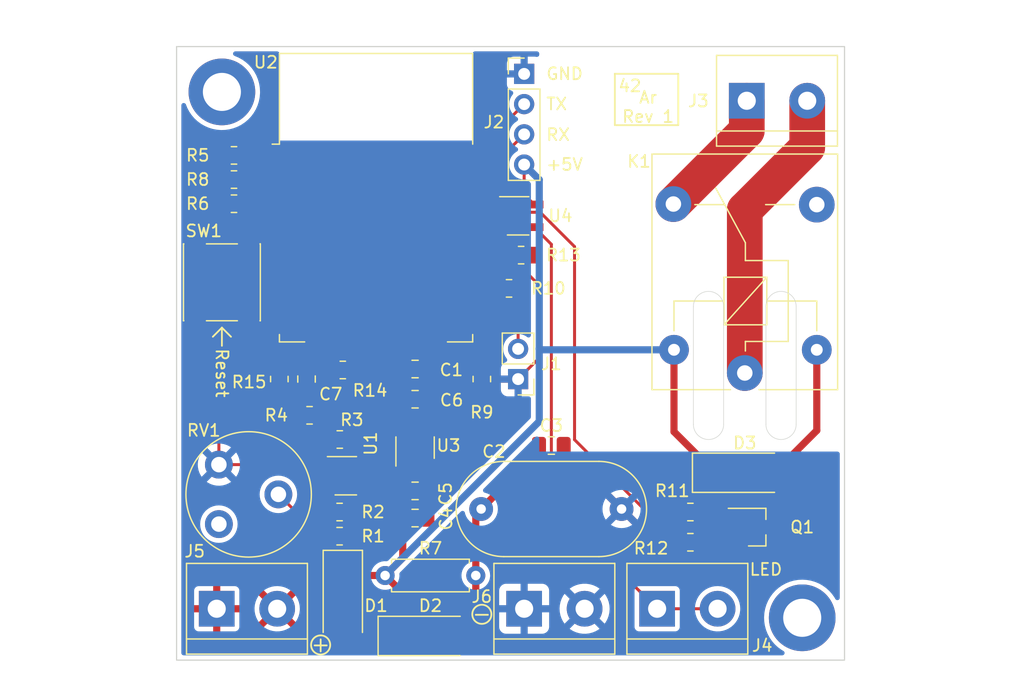
<source format=kicad_pcb>
(kicad_pcb (version 20211014) (generator pcbnew)
  (layers (0 "F.Cu" signal) (31 "B.Cu" signal) (34 "B.Paste" user) (35 "F.Paste" user) (36 "B.SilkS" user "B.Silkscreen") (37 "F.SilkS" user "F.Silkscreen") (38 "B.Mask" user) (39 "F.Mask" user) (44 "Edge.Cuts" user))
  (net 0 "")
  (net 1 "3.3V")
  (net 2 "GND")
  (net 3 "Net-(C2-Pad1)")
  (net 4 "P+5V")
  (net 5 "reset_btn")
  (net 6 "+5V")
  (net 7 "Net-(D3-Pad2)")
  (net 8 "Net-(J1-Pad2)")
  (net 9 "/TX")
  (net 10 "/RX")
  (net 11 "Net-(J3-Pad1)")
  (net 12 "Net-(J3-Pad2)")
  (net 13 "led_out")
  (net 15 "Net-(Q1-Pad1)")
  (net 16 "Net-(R1-Pad1)")
  (net 17 "Net-(R2-Pad1)")
  (net 18 "Net-(R3-Pad1)")
  (net 19 "Net-(R5-Pad2)")
  (net 20 "Net-(R6-Pad2)")
  (net 21 "Net-(R8-Pad1)")
  (net 22 "Net-(R9-Pad1)")
  (net 23 "relay_pin")
  (net 24 "led_pin")
  (net 25 "Net-(R15-Pad1)")
  (net 27 "low_V")
  (footprint "Resistor_SMD:R_0805_2012Metric_Pad1.20x1.40mm_HandSolder" (layer "F.Cu") (at 91.186 84.836 180)
    (fp_text reference "R12" (at 3.302 -0.508) (layer "F.SilkS"))
    (fp_text value "10k")
    (pad "1" smd roundrect (at -1 0 180) (size 1.2 1.4) (layers "F.Cu" "F.Paste" "F.Mask") (roundrect_rratio 0.208333) (net 2 "GND"))
    (pad "2" smd roundrect (at 1 0 180) (size 1.2 1.4) (layers "F.Cu" "F.Paste" "F.Mask") (roundrect_rratio 0.208333) (net 23 "relay_pin"))
  )
  (footprint "Capacitor_SMD:C_0805_2012Metric_Pad1.18x1.45mm_HandSolder" (layer "F.Cu") (at 68.0505 80.518)
    (fp_text reference "C5" (at 2.5615 0.254 90) (layer "F.SilkS"))
    (fp_text value "10u")
    (pad "1" smd roundrect (at -1.0375 0) (size 1.175 1.45) (layers "F.Cu" "F.Paste" "F.Mask") (roundrect_rratio 0.212766) (net 4 "P+5V"))
    (pad "2" smd roundrect (at 1.0375 0) (size 1.175 1.45) (layers "F.Cu" "F.Paste" "F.Mask") (roundrect_rratio 0.212766) (net 2 "GND"))
  )
  (footprint "Resistor_SMD:R_0805_2012Metric_Pad1.20x1.40mm_HandSolder" (layer "F.Cu") (at 75.946 63.5 180)
    (fp_text reference "R10" (at -3.302 0) (layer "F.SilkS"))
    (fp_text value "10k")
    (pad "1" smd roundrect (at -1 0 180) (size 1.2 1.4) (layers "F.Cu" "F.Paste" "F.Mask") (roundrect_rratio 0.208333) (net 8 "Net-(J1-Pad2)"))
    (pad "2" smd roundrect (at 1 0 180) (size 1.2 1.4) (layers "F.Cu" "F.Paste" "F.Mask") (roundrect_rratio 0.208333) (net 1 "3.3V"))
  )
  (footprint "Resistor_SMD:R_0805_2012Metric_Pad1.20x1.40mm_HandSolder" (layer "F.Cu") (at 52.832 56.388)
    (fp_text reference "R6" (at -3.048 0) (layer "F.SilkS"))
    (fp_text value "10k")
    (pad "1" smd roundrect (at -1 0) (size 1.2 1.4) (layers "F.Cu" "F.Paste" "F.Mask") (roundrect_rratio 0.208333) (net 1 "3.3V"))
    (pad "2" smd roundrect (at 1 0) (size 1.2 1.4) (layers "F.Cu" "F.Paste" "F.Mask") (roundrect_rratio 0.208333) (net 20 "Net-(R6-Pad2)"))
  )
  (footprint "Resistor_SMD:R_0805_2012Metric_Pad1.20x1.40mm_HandSolder" (layer "F.Cu") (at 56.642 71.12 90)
    (fp_text reference "R15" (at -0.254 -2.54 180) (layer "F.SilkS"))
    (fp_text value "10k")
    (pad "1" smd roundrect (at -1 0 90) (size 1.2 1.4) (layers "F.Cu" "F.Paste" "F.Mask") (roundrect_rratio 0.208333) (net 25 "Net-(R15-Pad1)"))
    (pad "2" smd roundrect (at 1 0 90) (size 1.2 1.4) (layers "F.Cu" "F.Paste" "F.Mask") (roundrect_rratio 0.208333) (net 5 "reset_btn"))
  )
  (footprint "Resistor_SMD:R_0805_2012Metric_Pad1.20x1.40mm_HandSolder" (layer "F.Cu") (at 52.832 52.324)
    (fp_text reference "R5" (at -3.048 0) (layer "F.SilkS"))
    (fp_text value "10k")
    (pad "1" smd roundrect (at -1 0) (size 1.2 1.4) (layers "F.Cu" "F.Paste" "F.Mask") (roundrect_rratio 0.208333) (net 1 "3.3V"))
    (pad "2" smd roundrect (at 1 0) (size 1.2 1.4) (layers "F.Cu" "F.Paste" "F.Mask") (roundrect_rratio 0.208333) (net 19 "Net-(R5-Pad2)"))
  )
  (footprint "Capacitor_SMD:C_0805_2012Metric_Pad1.18x1.45mm_HandSolder" (layer "F.Cu") (at 68.0505 82.804)
    (fp_text reference "C4" (at 2.600238 0.060238 90) (layer "F.SilkS"))
    (fp_text value "100n")
    (pad "1" smd roundrect (at -1.0375 0) (size 1.175 1.45) (layers "F.Cu" "F.Paste" "F.Mask") (roundrect_rratio 0.212766) (net 4 "P+5V"))
    (pad "2" smd roundrect (at 1.0375 0) (size 1.175 1.45) (layers "F.Cu" "F.Paste" "F.Mask") (roundrect_rratio 0.212766) (net 2 "GND"))
  )
  (footprint "Relay_THT:Relay_SPDT_SANYOU_SRD_Series_Form_C" (layer "F.Cu") (at 95.758 70.612 90)
    (fp_text reference "K1" (at 17.78 -8.89 180) (layer "F.SilkS"))
    (fp_text value "SANYOU_SRD_Form_C")
    (pad "1" thru_hole circle (at 0 0 180) (size 3 3) (drill 1.3) (layers *.Cu *.Mask) (net 12 "Net-(J3-Pad2)"))
    (pad "2" thru_hole circle (at 1.95 6.05 180) (size 2.5 2.5) (drill 1) (layers *.Cu *.Mask) (net 7 "Net-(D3-Pad2)"))
    (pad "3" thru_hole circle (at 14.15 6.05 180) (size 3 3) (drill 1.3) (layers *.Cu *.Mask))
    (pad "4" thru_hole circle (at 14.2 -6 180) (size 3 3) (drill 1.3) (layers *.Cu *.Mask) (net 11 "Net-(J3-Pad1)"))
    (pad "5" thru_hole circle (at 1.95 -5.95 180) (size 2.5 2.5) (drill 1) (layers *.Cu *.Mask) (net 4 "P+5V"))
  )
  (footprint "Capacitor_SMD:C_0805_2012Metric_Pad1.18x1.45mm_HandSolder" (layer "F.Cu") (at 68.0505 72.818)
    (fp_text reference "C6" (at 3.0695 0.08 180) (layer "F.SilkS"))
    (fp_text value "10u")
    (pad "1" smd roundrect (at -1.0375 0) (size 1.175 1.45) (layers "F.Cu" "F.Paste" "F.Mask") (roundrect_rratio 0.212766) (net 1 "3.3V"))
    (pad "2" smd roundrect (at 1.0375 0) (size 1.175 1.45) (layers "F.Cu" "F.Paste" "F.Mask") (roundrect_rratio 0.212766) (net 2 "GND"))
  )
  (footprint "Resistor_SMD:R_0805_2012Metric_Pad1.20x1.40mm_HandSolder" (layer "F.Cu") (at 61.722 76.2)
    (fp_text reference "R3" (at 1.016 -1.65) (layer "F.SilkS"))
    (fp_text value "20k")
    (pad "1" smd roundrect (at -1 0) (size 1.2 1.4) (layers "F.Cu" "F.Paste" "F.Mask") (roundrect_rratio 0.208333) (net 18 "Net-(R3-Pad1)"))
    (pad "2" smd roundrect (at 1 0) (size 1.2 1.4) (layers "F.Cu" "F.Paste" "F.Mask") (roundrect_rratio 0.208333) (net 1 "3.3V"))
  )
  (footprint "Potentiometer_THT:Potentiometer_Piher_PT-10-V05_Vertical" (layer "F.Cu") (at 51.562 83.312)
    (fp_text reference "RV1" (at -1.27 -7.874) (layer "F.SilkS"))
    (fp_text value "10k")
    (pad "1" thru_hole circle (at 0 0) (size 2.34 2.34) (drill 1.3) (layers *.Cu *.Mask))
    (pad "2" thru_hole circle (at 5 -2.5) (size 2.34 2.34) (drill 1.3) (layers *.Cu *.Mask) (net 17 "Net-(R2-Pad1)"))
    (pad "3" thru_hole circle (at 0 -5) (size 2.34 2.34) (drill 1.3) (layers *.Cu *.Mask) (net 2 "GND"))
  )
  (footprint "Package_TO_SOT_SMD:SOT-23-5_HandSoldering" (layer "F.Cu") (at 62.23 79.248)
    (fp_text reference "U1" (at 2.091957 -2.7057 270) (layer "F.SilkS"))
    (fp_text value "TL331")
    (pad "1" smd rect (at -1.35 -0.95) (size 1.56 0.65) (layers "F.Cu" "F.Paste" "F.Mask") (net 18 "Net-(R3-Pad1)"))
    (pad "2" smd rect (at -1.35 0) (size 1.56 0.65) (layers "F.Cu" "F.Paste" "F.Mask") (net 2 "GND"))
    (pad "3" smd rect (at -1.35 0.95) (size 1.56 0.65) (layers "F.Cu" "F.Paste" "F.Mask") (net 16 "Net-(R1-Pad1)"))
    (pad "4" smd rect (at 1.35 0.95) (size 1.56 0.65) (layers "F.Cu" "F.Paste" "F.Mask") (net 27 "low_V"))
    (pad "5" smd rect (at 1.35 -0.95) (size 1.56 0.65) (layers "F.Cu" "F.Paste" "F.Mask") (net 1 "3.3V"))
  )
  (footprint "Resistor_SMD:R_0805_2012Metric_Pad1.20x1.40mm_HandSolder" (layer "F.Cu") (at 52.832 54.356 180)
    (fp_text reference "R8" (at 3.048 0) (layer "F.SilkS"))
    (fp_text value "10k")
    (pad "1" smd roundrect (at -1 0 180) (size 1.2 1.4) (layers "F.Cu" "F.Paste" "F.Mask") (roundrect_rratio 0.208333) (net 21 "Net-(R8-Pad1)"))
    (pad "2" smd roundrect (at 1 0 180) (size 1.2 1.4) (layers "F.Cu" "F.Paste" "F.Mask") (roundrect_rratio 0.208333) (net 1 "3.3V"))
  )
  (footprint "Resistor_THT:R_Axial_DIN0207_L6.3mm_D2.5mm_P7.62mm_Horizontal" (layer "F.Cu") (at 73.152 87.63 180)
    (fp_text reference "R7" (at 3.81 2.286) (layer "F.SilkS"))
    (fp_text value "10")
    (pad "1" thru_hole circle (at 0 0 180) (size 1.6 1.6) (drill 0.8) (layers *.Cu *.Mask) (net 3 "Net-(C2-Pad1)"))
    (pad "2" thru_hole oval (at 7.62 0 180) (size 1.6 1.6) (drill 0.8) (layers *.Cu *.Mask) (net 4 "P+5V"))
  )
  (footprint "TerminalBlock:TerminalBlock_bornier-2_P5.08mm" (layer "F.Cu") (at 51.38077 90.424)
    (fp_text reference "J5" (at -1.85077 -4.826) (layer "F.SilkS"))
    (fp_text value "Screw_Terminal_01x02")
    (pad "1" thru_hole rect (at 0 0) (size 3 3) (drill 1.52) (layers *.Cu *.Mask) (net 6 "+5V"))
    (pad "2" thru_hole circle (at 5.08 0) (size 3 3) (drill 1.52) (layers *.Cu *.Mask) (net 6 "+5V"))
  )
  (footprint "Diode_SMD:D_SMA_Handsoldering" (layer "F.Cu") (at 69.342 92.71)
    (fp_text reference "D2" (at 0 -2.54) (layer "F.SilkS"))
    (fp_text value "1N5817")
    (pad "1" smd rect (at -2.5 0) (size 3.5 1.8) (layers "F.Cu" "F.Paste" "F.Mask") (net 4 "P+5V"))
    (pad "2" smd rect (at 2.5 0) (size 3.5 1.8) (layers "F.Cu" "F.Paste" "F.Mask") (net 3 "Net-(C2-Pad1)"))
  )
  (footprint "Diode_SMD:D_SMA_Handsoldering" (layer "F.Cu") (at 61.976 89.916 -90)
    (fp_text reference "D1" (at 0.254 -2.794 180) (layer "F.SilkS"))
    (fp_text value "1N5817")
    (pad "1" smd rect (at -2.5 0 270) (size 3.5 1.8) (layers "F.Cu" "F.Paste" "F.Mask") (net 4 "P+5V"))
    (pad "2" smd rect (at 2.5 0 270) (size 3.5 1.8) (layers "F.Cu" "F.Paste" "F.Mask") (net 6 "+5V"))
  )
  (footprint "TerminalBlock:TerminalBlock_bornier-2_P5.08mm" (layer "F.Cu") (at 88.392 90.424)
    (fp_text reference "J4" (at 8.831677 3.091056) (layer "F.SilkS"))
    (fp_text value "Screw_Terminal_01x02")
    (pad "1" thru_hole rect (at 0 0) (size 3 3) (drill 1.52) (layers *.Cu *.Mask) (net 13 "led_out"))
    (pad "2" thru_hole circle (at 5.08 0) (size 3 3) (drill 1.52) (layers *.Cu *.Mask) (net 13 "led_out"))
  )
  (footprint "TerminalBlock:TerminalBlock_bornier-2_P5.08mm" (layer "F.Cu") (at 95.924777 47.734)
    (fp_text reference "J3" (at -4.064 0.018) (layer "F.SilkS"))
    (fp_text value "Screw_Terminal_01x02")
    (pad "1" thru_hole rect (at 0 0) (size 3 3) (drill 1.52) (layers *.Cu *.Mask) (net 11 "Net-(J3-Pad1)"))
    (pad "2" thru_hole circle (at 5.08 0) (size 3 3) (drill 1.52) (layers *.Cu *.Mask) (net 12 "Net-(J3-Pad2)"))
  )
  (footprint "Package_TO_SOT_SMD:SOT-23_Handsoldering" (layer "F.Cu") (at 96.774 83.566)
    (fp_text reference "Q1" (at 3.81 0) (layer "F.SilkS"))
    (fp_text value "Si2302DS")
    (pad "1" smd rect (at -1.5 -0.95) (size 1.9 0.8) (layers "F.Cu" "F.Paste" "F.Mask") (net 15 "Net-(Q1-Pad1)"))
    (pad "2" smd rect (at -1.5 0.95) (size 1.9 0.8) (layers "F.Cu" "F.Paste" "F.Mask") (net 2 "GND"))
    (pad "3" smd rect (at 1.5 0) (size 1.9 0.8) (layers "F.Cu" "F.Paste" "F.Mask") (net 7 "Net-(D3-Pad2)"))
  )
  (footprint "Resistor_SMD:R_0805_2012Metric_Pad1.20x1.40mm_HandSolder" (layer "F.Cu") (at 76.962 60.706)
    (fp_text reference "R13" (at 3.556 0) (layer "F.SilkS"))
    (fp_text value "10k")
    (pad "1" smd roundrect (at -1 0) (size 1.2 1.4) (layers "F.Cu" "F.Paste" "F.Mask") (roundrect_rratio 0.208333) (net 2 "GND"))
    (pad "2" smd roundrect (at 1 0) (size 1.2 1.4) (layers "F.Cu" "F.Paste" "F.Mask") (roundrect_rratio 0.208333) (net 24 "led_pin"))
  )
  (footprint "Resistor_SMD:R_0805_2012Metric_Pad1.20x1.40mm_HandSolder" (layer "F.Cu") (at 59.182 74.168)
    (fp_text reference "R4" (at -2.794 0) (layer "F.SilkS"))
    (fp_text value "10k")
    (pad "1" smd roundrect (at -1 0) (size 1.2 1.4) (layers "F.Cu" "F.Paste" "F.Mask") (roundrect_rratio 0.208333) (net 2 "GND"))
    (pad "2" smd roundrect (at 1 0) (size 1.2 1.4) (layers "F.Cu" "F.Paste" "F.Mask") (roundrect_rratio 0.208333) (net 18 "Net-(R3-Pad1)"))
  )
  (footprint "RF_Module:ESP-12E" (layer "F.Cu") (at 64.77 55.88)
    (fp_text reference "U2" (at -9.27 -11.38) (layer "F.SilkS"))
    (fp_text value "ESP-12F")
    (pad "1" smd rect (at -7.6 -3.5) (size 2.5 1) (layers "F.Cu" "F.Paste" "F.Mask") (net 19 "Net-(R5-Pad2)"))
    (pad "2" smd rect (at -7.6 -1.5) (size 2.5 1) (layers "F.Cu" "F.Paste" "F.Mask"))
    (pad "3" smd rect (at -7.6 0.5) (size 2.5 1) (layers "F.Cu" "F.Paste" "F.Mask") (net 20 "Net-(R6-Pad2)"))
    (pad "4" smd rect (at -7.6 2.5) (size 2.5 1) (layers "F.Cu" "F.Paste" "F.Mask"))
    (pad "5" smd rect (at -7.6 4.5) (size 2.5 1) (layers "F.Cu" "F.Paste" "F.Mask"))
    (pad "6" smd rect (at -7.6 6.5) (size 2.5 1) (layers "F.Cu" "F.Paste" "F.Mask") (net 27 "low_V"))
    (pad "7" smd rect (at -7.6 8.5) (size 2.5 1) (layers "F.Cu" "F.Paste" "F.Mask") (net 5 "reset_btn"))
    (pad "8" smd rect (at -7.6 10.5) (size 2.5 1) (layers "F.Cu" "F.Paste" "F.Mask") (net 1 "3.3V"))
    (pad "9" smd rect (at -5 12) (size 1 1.8) (layers "F.Cu" "F.Paste" "F.Mask"))
    (pad "10" smd rect (at -3 12) (size 1 1.8) (layers "F.Cu" "F.Paste" "F.Mask"))
    (pad "11" smd rect (at -1 12) (size 1 1.8) (layers "F.Cu" "F.Paste" "F.Mask"))
    (pad "12" smd rect (at 1 12) (size 1 1.8) (layers "F.Cu" "F.Paste" "F.Mask"))
    (pad "13" smd rect (at 3 12) (size 1 1.8) (layers "F.Cu" "F.Paste" "F.Mask"))
    (pad "14" smd rect (at 5 12) (size 1 1.8) (layers "F.Cu" "F.Paste" "F.Mask"))
    (pad "15" smd rect (at 7.6 10.5) (size 2.5 1) (layers "F.Cu" "F.Paste" "F.Mask") (net 2 "GND"))
    (pad "16" smd rect (at 7.6 8.5) (size 2.5 1) (layers "F.Cu" "F.Paste" "F.Mask") (net 22 "Net-(R9-Pad1)"))
    (pad "17" smd rect (at 7.6 6.5) (size 2.5 1) (layers "F.Cu" "F.Paste" "F.Mask") (net 21 "Net-(R8-Pad1)"))
    (pad "18" smd rect (at 7.6 4.5) (size 2.5 1) (layers "F.Cu" "F.Paste" "F.Mask") (net 8 "Net-(J1-Pad2)"))
    (pad "19" smd rect (at 7.6 2.5) (size 2.5 1) (layers "F.Cu" "F.Paste" "F.Mask") (net 23 "relay_pin"))
    (pad "20" smd rect (at 7.6 0.5) (size 2.5 1) (layers "F.Cu" "F.Paste" "F.Mask") (net 24 "led_pin"))
    (pad "21" smd rect (at 7.6 -1.5) (size 2.5 1) (layers "F.Cu" "F.Paste" "F.Mask") (net 10 "/RX"))
    (pad "22" smd rect (at 7.6 -3.5) (size 2.5 1) (layers "F.Cu" "F.Paste" "F.Mask") (net 9 "/TX"))
    (zone (net 0) (net_name "") (layers *.Cu) (connect_pads (clearance 0)) (min_thickness 0.254)
      (keepout (tracks not_allowed) (vias not_allowed) (pads not_allowed) (copperpour not_allowed) (footprints not_allowed))
      (fill (thermal_gap 0.508) (thermal_bridge_width 0.508))
      (polygon (pts (xy 56.65 51.08) (xy 72.89 51.08) (xy 72.89 43.76) (xy 56.65 43.76)))
    )
  )
  (footprint "Connector_PinHeader_2.54mm:PinHeader_1x02_P2.54mm_Vertical" (layer "F.Cu") (at 76.708 71.125 180)
    (fp_text reference "J1" (at -2.794 1.275) (layer "F.SilkS"))
    (fp_text value "Conn_01x02_Male")
    (pad "1" thru_hole rect (at 0 0 180) (size 1.7 1.7) (drill 1) (layers *.Cu *.Mask) (net 2 "GND"))
    (pad "2" thru_hole oval (at 0 2.54 180) (size 1.7 1.7) (drill 1) (layers *.Cu *.Mask) (net 8 "Net-(J1-Pad2)"))
  )
  (footprint "Package_TO_SOT_SMD:SOT-23-5_HandSoldering" (layer "F.Cu") (at 76.708 57.404)
    (fp_text reference "U4" (at 3.556 0) (layer "F.SilkS"))
    (fp_text value "SN74LVC1G17DBVR")
    (pad "1" smd rect (at -1.35 -0.95) (size 1.56 0.65) (layers "F.Cu" "F.Paste" "F.Mask"))
    (pad "2" smd rect (at -1.35 0) (size 1.56 0.65) (layers "F.Cu" "F.Paste" "F.Mask") (net 24 "led_pin"))
    (pad "3" smd rect (at -1.35 0.95) (size 1.56 0.65) (layers "F.Cu" "F.Paste" "F.Mask") (net 2 "GND"))
    (pad "4" smd rect (at 1.35 0.95) (size 1.56 0.65) (layers "F.Cu" "F.Paste" "F.Mask") (net 13 "led_out"))
    (pad "5" smd rect (at 1.35 -0.95) (size 1.56 0.65) (layers "F.Cu" "F.Paste" "F.Mask") (net 4 "P+5V"))
  )
  (footprint "Resistor_SMD:R_0805_2012Metric_Pad1.20x1.40mm_HandSolder" (layer "F.Cu") (at 61.976 70.358)
    (fp_text reference "R14" (at 2.286 1.725399) (layer "F.SilkS"))
    (fp_text value "10k")
    (pad "1" smd roundrect (at -1 0) (size 1.2 1.4) (layers "F.Cu" "F.Paste" "F.Mask") (roundrect_rratio 0.208333) (net 5 "reset_btn"))
    (pad "2" smd roundrect (at 1 0) (size 1.2 1.4) (layers "F.Cu" "F.Paste" "F.Mask") (roundrect_rratio 0.208333) (net 1 "3.3V"))
  )
  (footprint "Resistor_SMD:R_0805_2012Metric_Pad1.20x1.40mm_HandSolder" (layer "F.Cu") (at 91.186 82.296 180)
    (fp_text reference "R11" (at 1.524 1.778) (layer "F.SilkS"))
    (fp_text value "10k")
    (pad "1" smd roundrect (at -1 0 180) (size 1.2 1.4) (layers "F.Cu" "F.Paste" "F.Mask") (roundrect_rratio 0.208333) (net 15 "Net-(Q1-Pad1)"))
    (pad "2" smd roundrect (at 1 0 180) (size 1.2 1.4) (layers "F.Cu" "F.Paste" "F.Mask") (roundrect_rratio 0.208333) (net 23 "relay_pin"))
  )
  (footprint "proj_footprints:CHP5R5L504R-TW" (layer "F.Cu") (at 79.502 82.042)
    (fp_text reference "C2" (at -4.826 -4.826 unlocked) (layer "F.SilkS"))
    (fp_text value "0.47")
    (pad "1" thru_hole circle (at -5.9 0) (size 2 2) (drill 0.8) (layers *.Cu *.Mask) (net 3 "Net-(C2-Pad1)"))
    (pad "2" thru_hole circle (at 5.9 0) (size 2 2) (drill 0.8) (layers *.Cu *.Mask) (net 2 "GND"))
  )
  (footprint "Capacitor_SMD:C_0805_2012Metric_Pad1.18x1.45mm_HandSolder" (layer "F.Cu") (at 79.502 76.708)
    (fp_text reference "C3" (at 0 -1.68) (layer "F.SilkS"))
    (fp_text value "10u")
    (pad "1" smd roundrect (at -1.0375 0) (size 1.175 1.45) (layers "F.Cu" "F.Paste" "F.Mask") (roundrect_rratio 0.212766) (net 3 "Net-(C2-Pad1)"))
    (pad "2" smd roundrect (at 1.0375 0) (size 1.175 1.45) (layers "F.Cu" "F.Paste" "F.Mask") (roundrect_rratio 0.212766) (net 2 "GND"))
  )
  (footprint "TerminalBlock:TerminalBlock_bornier-2_P5.08mm" (layer "F.Cu") (at 77.216 90.424)
    (fp_text reference "J6" (at -3.556 -1.016) (layer "F.SilkS"))
    (fp_text value "Screw_Terminal_01x02")
    (pad "1" thru_hole rect (at 0 0) (size 3 3) (drill 1.52) (layers *.Cu *.Mask) (net 2 "GND"))
    (pad "2" thru_hole circle (at 5.08 0) (size 3 3) (drill 1.52) (layers *.Cu *.Mask) (net 2 "GND"))
  )
  (footprint "Capacitor_SMD:C_0805_2012Metric_Pad1.18x1.45mm_HandSolder" (layer "F.Cu") (at 68.0505 70.278)
    (fp_text reference "C1" (at 3.048 0.08 180) (layer "F.SilkS"))
    (fp_text value "100n")
    (pad "1" smd roundrect (at -1.0375 0) (size 1.175 1.45) (layers "F.Cu" "F.Paste" "F.Mask") (roundrect_rratio 0.212766) (net 1 "3.3V"))
    (pad "2" smd roundrect (at 1.0375 0) (size 1.175 1.45) (layers "F.Cu" "F.Paste" "F.Mask") (roundrect_rratio 0.212766) (net 2 "GND"))
  )
  (footprint "Diode_SMD:D_SMA_Handsoldering" (layer "F.Cu") (at 95.758 78.994)
    (fp_text reference "D3" (at 0 -2.5) (layer "F.SilkS"))
    (fp_text value "1N5817")
    (pad "1" smd rect (at -2.5 0) (size 3.5 1.8) (layers "F.Cu" "F.Paste" "F.Mask") (net 4 "P+5V"))
    (pad "2" smd rect (at 2.5 0) (size 3.5 1.8) (layers "F.Cu" "F.Paste" "F.Mask") (net 7 "Net-(D3-Pad2)"))
  )
  (footprint "Connector_PinHeader_2.54mm:PinHeader_1x04_P2.54mm_Vertical" (layer "F.Cu") (at 77.216 45.476)
    (fp_text reference "J2" (at -2.54 4.054) (layer "F.SilkS"))
    (fp_text value "Conn_01x04_Male")
    (pad "1" thru_hole rect (at 0 0) (size 1.7 1.7) (drill 1) (layers *.Cu *.Mask) (net 2 "GND"))
    (pad "2" thru_hole oval (at 0 2.54) (size 1.7 1.7) (drill 1) (layers *.Cu *.Mask) (net 9 "/TX"))
    (pad "3" thru_hole oval (at 0 5.08) (size 1.7 1.7) (drill 1) (layers *.Cu *.Mask) (net 10 "/RX"))
    (pad "4" thru_hole oval (at 0 7.62) (size 1.7 1.7) (drill 1) (layers *.Cu *.Mask) (net 4 "P+5V"))
  )
  (footprint "Resistor_SMD:R_0805_2012Metric_Pad1.20x1.40mm_HandSolder" (layer "F.Cu") (at 61.706 84.328 180)
    (fp_text reference "R1" (at -2.81 0) (layer "F.SilkS"))
    (fp_text value "100k")
    (pad "1" smd roundrect (at -1 0 180) (size 1.2 1.4) (layers "F.Cu" "F.Paste" "F.Mask") (roundrect_rratio 0.208333) (net 16 "Net-(R1-Pad1)"))
    (pad "2" smd roundrect (at 1 0 180) (size 1.2 1.4) (layers "F.Cu" "F.Paste" "F.Mask") (roundrect_rratio 0.208333) (net 6 "+5V"))
  )
  (footprint "MountingHole:MountingHole_3.2mm_M3_DIN965_Pad_TopBottom" (layer "F.Cu") (at 51.816 46.99)
    (fp_text reference "H1" hide)
    (fp_text value "MountingHole_3.2mm_M3_DIN965_Pad_TopBottom")
    (pad "1" connect circle (at 0 0) (size 5.6 5.6) (layers "F.Cu" "F.Mask"))
    (pad "1" connect circle (at 0 0) (size 5.6 5.6) (layers "B.Cu" "B.Mask"))
    (pad "1" thru_hole circle (at 0 0) (size 3.6 3.6) (drill 3.2) (layers *.Cu *.Mask))
  )
  (footprint "Package_TO_SOT_SMD:SOT-23-5_HandSoldering" (layer "F.Cu") (at 68.0505 76.882 90)
    (fp_text reference "U3" (at 0.174 2.8155 180) (layer "F.SilkS"))
    (fp_text value "AP2112K-3.3")
    (pad "1" smd rect (at -1.35 -0.95 90) (size 1.56 0.65) (layers "F.Cu" "F.Paste" "F.Mask") (net 4 "P+5V"))
    (pad "2" smd rect (at -1.35 0 90) (size 1.56 0.65) (layers "F.Cu" "F.Paste" "F.Mask") (net 2 "GND"))
    (pad "3" smd rect (at -1.35 0.95 90) (size 1.56 0.65) (layers "F.Cu" "F.Paste" "F.Mask") (net 4 "P+5V"))
    (pad "4" smd rect (at 1.35 0.95 90) (size 1.56 0.65) (layers "F.Cu" "F.Paste" "F.Mask"))
    (pad "5" smd rect (at 1.35 -0.95 90) (size 1.56 0.65) (layers "F.Cu" "F.Paste" "F.Mask") (net 1 "3.3V"))
  )
  (footprint "MountingHole:MountingHole_3.2mm_M3_DIN965_Pad_TopBottom" (layer "F.Cu") (at 100.584 91.186)
    (fp_text reference "H2" hide)
    (fp_text value "MountingHole_3.2mm_M3_DIN965_Pad_TopBottom")
    (pad "1" connect circle (at 0 0) (size 5.6 5.6) (layers "B.Cu" "B.Mask"))
    (pad "1" connect circle (at 0 0) (size 5.6 5.6) (layers "F.Cu" "F.Mask"))
    (pad "1" thru_hole circle (at 0 0) (size 3.6 3.6) (drill 3.2) (layers *.Cu *.Mask))
  )
  (footprint "Resistor_SMD:R_0805_2012Metric_Pad1.20x1.40mm_HandSolder" (layer "F.Cu") (at 61.706 82.296)
    (fp_text reference "R2" (at 2.81 0 180) (layer "F.SilkS"))
    (fp_text value "20k")
    (pad "1" smd roundrect (at -1 0) (size 1.2 1.4) (layers "F.Cu" "F.Paste" "F.Mask") (roundrect_rratio 0.208333) (net 17 "Net-(R2-Pad1)"))
    (pad "2" smd roundrect (at 1 0) (size 1.2 1.4) (layers "F.Cu" "F.Paste" "F.Mask") (roundrect_rratio 0.208333) (net 16 "Net-(R1-Pad1)"))
  )
  (footprint "Capacitor_SMD:C_0805_2012Metric_Pad1.18x1.45mm_HandSolder" (layer "F.Cu") (at 58.928 71.12 -90)
    (fp_text reference "C7" (at 1.27 -2.032 180) (layer "F.SilkS"))
    (fp_text value "100n")
    (pad "1" smd roundrect (at -1.0375 0 270) (size 1.175 1.45) (layers "F.Cu" "F.Paste" "F.Mask") (roundrect_rratio 0.212766) (net 5 "reset_btn"))
    (pad "2" smd roundrect (at 1.0375 0 270) (size 1.175 1.45) (layers "F.Cu" "F.Paste" "F.Mask") (roundrect_rratio 0.212766) (net 2 "GND"))
  )
  (footprint "Button_Switch_SMD:SW_Push_1P1T_NO_6x6mm_H9.5mm" (layer "F.Cu") (at 51.816 62.992 -90)
    (fp_text reference "SW1" (at -4.318 1.524 180) (layer "F.SilkS"))
    (fp_text value "SW_SPST")
    (pad "1" smd rect (at -2.451 -2.25 270) (size 1.55 1.3) (layers "F.Cu" "F.Paste" "F.Mask") (net 25 "Net-(R15-Pad1)"))
    (pad "1" smd rect (at 5.499 -2.25 270) (size 1.55 1.3) (layers "F.Cu" "F.Paste" "F.Mask") (net 25 "Net-(R15-Pad1)"))
    (pad "2" smd rect (at -2.451 2.25 270) (size 1.55 1.3) (layers "F.Cu" "F.Paste" "F.Mask") (net 2 "GND"))
    (pad "2" smd rect (at 5.499 2.25 270) (size 1.55 1.3) (layers "F.Cu" "F.Paste" "F.Mask") (net 2 "GND"))
  )
  (footprint "Resistor_SMD:R_0805_2012Metric_Pad1.20x1.40mm_HandSolder" (layer "F.Cu") (at 73.66 71.12 -90)
    (fp_text reference "R9" (at 2.794 0 180) (layer "F.SilkS"))
    (fp_text value "10k")
    (pad "1" smd roundrect (at -1 0 270) (size 1.2 1.4) (layers "F.Cu" "F.Paste" "F.Mask") (roundrect_rratio 0.208333) (net 22 "Net-(R9-Pad1)"))
    (pad "2" smd roundrect (at 1 0 270) (size 1.2 1.4) (layers "F.Cu" "F.Paste" "F.Mask") (roundrect_rratio 0.208333) (net 2 "GND"))
  )
  (gr_line (start 51.054 67.564) (end 51.816 66.802) (layer "F.SilkS") (width 0.15))
  (gr_circle (center 60.113655 93.464928) (end 60.875655 93.718928) (layer "F.SilkS") (width 0.15) (fill none))
  (gr_line (start 60.113655 94.014146) (end 60.113655 92.998146) (layer "F.SilkS") (width 0.15))
  (gr_line (start 59.605655 93.506146) (end 60.621655 93.506146) (layer "F.SilkS") (width 0.15))
  (gr_rect (start 84.836 45.466) (end 90.17 49.784) (layer "F.SilkS") (width 0.15) (fill none))
  (gr_line (start 51.816 66.802) (end 52.578 67.564) (layer "F.SilkS") (width 0.15))
  (gr_line (start 73.152 90.932) (end 74.168 90.932) (layer "F.SilkS") (width 0.15))
  (gr_circle (center 73.66 90.890782) (end 74.422 91.144782) (layer "F.SilkS") (width 0.15) (fill none))
  (gr_line (start 51.816 66.802) (end 51.816 68.326) (layer "F.SilkS") (width 0.15))
  (gr_arc (start 91.44 65.024) (mid 92.71 63.754) (end 93.98 65.024) (layer "Edge.Cuts") (width 0.05))
  (gr_arc (start 93.98 74.93) (mid 92.71 76.2) (end 91.44 74.93) (layer "Edge.Cuts") (width 0.05))
  (gr_line (start 97.536 65.024) (end 97.536 74.93) (layer "Edge.Cuts") (width 0.05))
  (gr_arc (start 97.536 65.024) (mid 98.806 63.754) (end 100.076 65.024) (layer "Edge.Cuts") (width 0.05))
  (gr_line (start 100.076 65.024) (end 100.076 74.93) (layer "Edge.Cuts") (width 0.05))
  (gr_line (start 93.98 65.024) (end 93.98 74.93) (layer "Edge.Cuts") (width 0.05))
  (gr_line (start 91.44 65.024) (end 91.44 74.93) (layer "Edge.Cuts") (width 0.05))
  (gr_arc (start 100.076 74.93) (mid 98.806 76.2) (end 97.536 74.93) (layer "Edge.Cuts") (width 0.05))
  (gr_rect (start 48.006 43.18) (end 104.14 94.742) (layer "Edge.Cuts") (width 0.1) (fill none))
  (gr_text "LED" (at 97.536 87.122) (layer "F.SilkS") (effects (font (size 1 1))))
  (gr_text "RX" (at 78.994 50.586) (layer "F.SilkS") (effects (font (size 1 1)) (justify left)))
  (gr_text "42" (at 86.106 46.482) (layer "F.SilkS") (effects (font (size 1 1))))
  (gr_text "Reset" (at 51.816 70.612 270) (layer "F.SilkS") (effects (font (size 1 1))))
  (gr_text "Ar\nRev 1" (at 87.63 48.26) (layer "F.SilkS") (effects (font (size 1 1))))
  (gr_text "TX" (at 78.994 48.006) (layer "F.SilkS") (effects (font (size 1 1)) (justify left)))
  (gr_text "+5V" (at 78.994 53.086) (layer "F.SilkS") (effects (font (size 1 1)) (justify left)))
  (gr_text "GND" (at 78.994 45.466) (layer "F.SilkS") (effects (font (size 1 1)) (justify left)))
  (segment (start 74.946 63.5) (end 67.55 63.5) (width 0.25) (layer "F.Cu") (net 1))
  (segment (start 54.88 59.436) (end 58.626 59.436) (width 0.25) (layer "F.Cu") (net 1))
  (segment (start 51.832 54.356) (end 51.832 52.324) (width 0.25) (layer "F.Cu") (net 1))
  (segment (start 58.928 59.738) (end 58.928 66.294) (width 0.25) (layer "F.Cu") (net 1))
  (segment (start 58.626 59.436) (end 58.928 59.738) (width 0.25) (layer "F.Cu") (net 1))
  (segment (start 51.832 56.388) (end 54.88 59.436) (width 0.25) (layer "F.Cu") (net 1))
  (segment (start 57.17 66.38) (end 59.014 66.38) (width 0.6) (layer "F.Cu") (net 1))
  (segment (start 59.014 66.38) (end 64.67 66.38) (width 0.6) (layer "F.Cu") (net 1))
  (segment (start 67.55 63.5) (end 64.67 66.38) (width 0.25) (layer "F.Cu") (net 1))
  (segment (start 64.77 66.48) (end 64.77 69.088) (width 0.6) (layer "F.Cu") (net 1))
  (segment (start 58.928 66.294) (end 59.014 66.38) (width 0.25) (layer "F.Cu") (net 1))
  (segment (start 64.67 66.38) (end 64.77 66.48) (width 0.6) (layer "F.Cu") (net 1))
  (segment (start 51.832 56.388) (end 51.832 54.356) (width 0.25) (layer "F.Cu") (net 1))
  (segment (start 92.186 84.836) (end 94.954 84.836) (width 0.6) (layer "F.Cu") (net 2))
  (segment (start 75.962 60.706) (end 75.358 60.102) (width 0.25) (layer "F.Cu") (net 2))
  (segment (start 85.402 82.042) (end 89.466 86.106) (width 0.6) (layer "F.Cu") (net 2))
  (segment (start 78.486 69.347) (end 76.708 71.125) (width 0.25) (layer "F.Cu") (net 2))
  (segment (start 51.562 76.2) (end 51.562 78.312) (width 0.25) (layer "F.Cu") (net 2))
  (segment (start 80.5395 77.1795) (end 85.402 82.042) (width 0.6) (layer "F.Cu") (net 2))
  (segment (start 58.182 72.9035) (end 58.928 72.1575) (width 0.25) (layer "F.Cu") (net 2))
  (segment (start 70.3365 74.0665) (end 70.3365 79.2695) (width 0.6) (layer "F.Cu") (net 2))
  (segment (start 90.932 86.106) (end 92.186 84.852) (width 0.6) (layer "F.Cu") (net 2))
  (segment (start 75.358 60.102) (end 75.358 58.354) (width 0.25) (layer "F.Cu") (net 2))
  (segment (start 58.182 74.168) (end 58.182 72.9035) (width 0.25) (layer "F.Cu") (net 2))
  (segment (start 70.3365 74.0665) (end 71.7135 74.0665) (width 0.6) (layer "F.Cu") (net 2))
  (segment (start 89.466 86.106) (end 90.932 86.106) (width 0.6) (layer "F.Cu") (net 2))
  (segment (start 71.7135 74.0665) (end 73.66 72.12) (width 0.6) (layer "F.Cu") (net 2))
  (segment (start 80.5395 76.708) (end 80.5395 77.1795) (width 0.6) (layer "F.Cu") (net 2))
  (segment (start 74.655 71.125) (end 73.66 72.12) (width 0.6) (layer "F.Cu") (net 2))
  (segment (start 49.566 68.491) (end 49.566 74.204) (width 0.25) (layer "F.Cu") (net 2))
  (segment (start 49.566 74.204) (end 51.562 76.2) (width 0.25) (layer "F.Cu") (net 2))
  (segment (start 68.0505 79.4805) (end 69.088 80.518) (width 0.6) (layer "F.Cu") (net 2))
  (segment (start 51.562 78.312) (end 57.356 78.312) (width 0.25) (layer "F.Cu") (net 2))
  (segment (start 76.708 71.125) (end 74.655 71.125) (width 0.6) (layer "F.Cu") (net 2))
  (segment (start 69.088 72.818) (end 69.088 70.278) (width 0.6) (layer "F.Cu") (net 2))
  (segment (start 68.0505 78.232) (end 68.0505 79.4805) (width 0.6) (layer "F.Cu") (net 2))
  (segment (start 92.186 84.852) (end 92.186 84.836) (width 0.6) (layer "F.Cu") (net 2))
  (segment (start 69.088 72.818) (end 70.3365 74.0665) (width 0.6) (layer "F.Cu") (net 2))
  (segment (start 70.3365 79.2695) (end 69.088 80.518) (width 0.6) (layer "F.Cu") (net 2))
  (segment (start 69.088 80.518) (end 69.088 82.804) (width 0.6) (layer "F.Cu") (net 2))
  (segment (start 59.944 79.248) (end 60.88 79.248) (width 0.25) (layer "F.Cu") (net 2))
  (segment (start 58.182 74.168) (end 58.182 77.486) (width 0.25) (layer "F.Cu") (net 2))
  (segment (start 49.566 60.541) (end 49.566 68.491) (width 0.25) (layer "F.Cu") (net 2))
  (segment (start 57.356 78.312) (end 58.182 77.486) (width 0.25) (layer "F.Cu") (net 2))
  (segment (start 75.962 60.706) (end 75.962 60.722) (width 0.25) (layer "F.Cu") (net 2))
  (segment (start 75.962 60.722) (end 78.486 63.246) (width 0.25) (layer "F.Cu") (net 2))
  (segment (start 58.182 77.486) (end 59.944 79.248) (width 0.25) (layer "F.Cu") (net 2))
  (segment (start 72.37 67.68) (end 72.37 66.38) (width 0.6) (layer "F.Cu") (net 2))
  (segment (start 69.088 70.278) (end 69.772 70.278) (width 0.6) (layer "F.Cu") (net 2))
  (segment (start 78.486 63.246) (end 78.486 69.347) (width 0.25) (layer "F.Cu") (net 2))
  (segment (start 94.954 84.836) (end 95.274 84.516) (width 0.6) (layer "F.Cu") (net 2))
  (segment (start 69.772 70.278) (end 72.37 67.68) (width 0.6) (layer "F.Cu") (net 2))
  (segment (start 78.4645 77.1795) (end 73.602 82.042) (width 0.6) (layer "F.Cu") (net 3))
  (segment (start 73.152 82.492) (end 73.602 82.042) (width 0.6) (layer "F.Cu") (net 3))
  (segment (start 73.152 88.9) (end 73.152 82.492) (width 0.6) (layer "F.Cu") (net 3))
  (segment (start 71.842 92.71) (end 71.842 90.21) (width 0.6) (layer "F.Cu") (net 3))
  (segment (start 78.4645 76.708) (end 78.4645 77.1795) (width 0.6) (layer "F.Cu") (net 3))
  (segment (start 71.842 90.21) (end 73.152 88.9) (width 0.6) (layer "F.Cu") (net 3))
  (segment (start 68.8025 76.952) (end 69.0005 77.15) (width 0.6) (layer "F.Cu") (net 4))
  (segment (start 62.19 87.63) (end 61.976 87.416) (width 0.6) (layer "F.Cu") (net 4))
  (segment (start 66.842 88.94) (end 65.532 87.63) (width 0.6) (layer "F.Cu") (net 4))
  (segment (start 65.532 87.63) (end 62.19 87.63) (width 0.6) (layer "F.Cu") (net 4))
  (segment (start 69.0005 77.15) (end 69.0005 78.232) (width 0.6) (layer "F.Cu") (net 4))
  (segment (start 77.216 55.612) (end 78.058 56.454) (width 0.25) (layer "F.Cu") (net 4))
  (segment (start 67.1005 78.232) (end 67.1005 80.4305) (width 0.6) (layer "F.Cu") (net 4))
  (segment (start 66.842 92.71) (end 66.842 88.94) (width 0.6) (layer "F.Cu") (net 4))
  (segment (start 89.808 75.544) (end 93.258 78.994) (width 0.6) (layer "F.Cu") (net 4))
  (segment (start 67.1005 77.077) (end 67.2255 76.952) (width 0.6) (layer "F.Cu") (net 4))
  (segment (start 67.2255 76.952) (end 68.8025 76.952) (width 0.6) (layer "F.Cu") (net 4))
  (segment (start 77.216 53.096) (end 77.216 55.612) (width 0.25) (layer "F.Cu") (net 4))
  (segment (start 89.808 68.662) (end 89.808 75.544) (width 0.6) (layer "F.Cu") (net 4))
  (segment (start 67.013 80.518) (end 67.013 82.804) (width 0.6) (layer "F.Cu") (net 4))
  (segment (start 67.013 86.149) (end 65.532 87.63) (width 0.6) (layer "F.Cu") (net 4))
  (segment (start 67.1005 80.4305) (end 67.013 80.518) (width 0.6) (layer "F.Cu") (net 4))
  (segment (start 67.013 82.804) (end 67.013 86.149) (width 0.6) (layer "F.Cu") (net 4))
  (segment (start 67.1005 78.232) (end 67.1005 77.077) (width 0.6) (layer "F.Cu") (net 4))
  (segment (start 89.808 68.662) (end 78.568 68.662) (width 0.6) (layer "B.Cu") (net 4))
  (segment (start 78.486 54.366) (end 78.486 68.58) (width 0.6) (layer "B.Cu") (net 4))
  (segment (start 78.486 68.58) (end 78.486 74.676) (width 0.6) (layer "B.Cu") (net 4))
  (segment (start 78.486 74.676) (end 65.532 87.63) (width 0.6) (layer "B.Cu") (net 4))
  (segment (start 77.216 53.096) (end 78.486 54.366) (width 0.6) (layer "B.Cu") (net 4))
  (segment (start 78.568 68.662) (end 78.486 68.58) (width 0.6) (layer "B.Cu") (net 4))
  (segment (start 55.595 65.555) (end 55.618 65.532) (width 0.25) (layer "F.Cu") (net 5))
  (segment (start 58.8905 70.12) (end 58.928 70.0825) (width 0.25) (layer "F.Cu") (net 5))
  (segment (start 56.642 68.326) (end 55.595 67.279) (width 0.25) (layer "F.Cu") (net 5))
  (segment (start 56.642 68.326) (end 56.642 70.12) (width 0.25) (layer "F.Cu") (net 5))
  (segment (start 55.626 65.532) (end 56.778 64.38) (width 0.25) (layer "F.Cu") (net 5))
  (segment (start 55.618 65.532) (end 55.626 65.532) (width 0.25) (layer "F.Cu") (net 5))
  (segment (start 55.595 67.279) (end 55.595 65.555) (width 0.25) (layer "F.Cu") (net 5))
  (segment (start 56.778 64.38) (end 57.17 64.38) (width 0.25) (layer "F.Cu") (net 5))
  (segment (start 56.642 70.12) (end 58.8905 70.12) (width 0.25) (layer "F.Cu") (net 5))
  (segment (start 58.928 70.0825) (end 60.7005 70.0825) (width 0.25) (layer "F.Cu") (net 5))
  (segment (start 60.7005 70.0825) (end 60.976 70.358) (width 0.25) (layer "F.Cu") (net 5))
  (segment (start 60.706 84.328) (end 56.896 88.138) (width 0.25) (layer "F.Cu") (net 6))
  (segment (start 98.258 78.994) (end 98.258 83.55) (width 0.25) (layer "F.Cu") (net 7))
  (segment (start 101.808 75.444) (end 98.258 78.994) (width 0.6) (layer "F.Cu") (net 7))
  (segment (start 98.258 83.55) (end 98.274 83.566) (width 0.25) (layer "F.Cu") (net 7))
  (segment (start 101.808 68.662) (end 101.808 75.444) (width 0.6) (layer "F.Cu") (net 7))
  (segment (start 73.826 60.38) (end 72.37 60.38) (width 0.25) (layer "F.Cu") (net 8))
  (segment (start 76.946 63.5) (end 76.708 63.738) (width 0.25) (layer "F.Cu") (net 8))
  (segment (start 76.946 63.5) (end 73.826 60.38) (width 0.25) (layer "F.Cu") (net 8))
  (segment (start 76.708 63.738) (end 76.708 68.585) (width 0.25) (layer "F.Cu") (net 8))
  (segment (start 72.852 52.38) (end 77.216 48.016) (width 0.25) (layer "F.Cu") (net 9))
  (segment (start 72.37 52.38) (end 72.852 52.38) (width 0.25) (layer "F.Cu") (net 9))
  (segment (start 72.37 54.38) (end 73.392 54.38) (width 0.25) (layer "F.Cu") (net 10))
  (segment (start 73.392 54.38) (end 77.216 50.556) (width 0.25) (layer "F.Cu") (net 10))
  (segment (start 95.924777 47.734) (end 95.924777 50.245223) (width 3) (layer "F.Cu") (net 11))
  (segment (start 95.924777 50.245223) (end 89.758 56.412) (width 3) (layer "F.Cu") (net 11))
  (segment (start 101.004777 51.649223) (end 95.758 56.896) (width 3) (layer "F.Cu") (net 12))
  (segment (start 95.758 56.896) (end 95.758 70.612) (width 3) (layer "F.Cu") (net 12))
  (segment (start 101.004777 47.734) (end 101.004777 51.649223) (width 3) (layer "F.Cu") (net 12))
  (segment (start 79.502 59.798) (end 79.502 81.534) (width 0.25) (layer "F.Cu") (net 13))
  (segment (start 78.058 58.354) (end 79.502 59.798) (width 0.25) (layer "F.Cu") (net 13))
  (segment (start 93.472 90.424) (end 88.392 90.424) (width 0.25) (layer "F.Cu") (net 13))
  (segment (start 79.502 81.534) (end 88.392 90.424) (width 0.25) (layer "F.Cu") (net 13))
  (segment (start 92.506 82.616) (end 95.274 82.616) (width 0.25) (layer "F.Cu") (net 15))
  (segment (start 92.186 82.296) (end 92.506 82.616) (width 0.25) (layer "F.Cu") (net 15))
  (segment (start 62.706 82.296) (end 62.706 84.328) (width 0.25) (layer "F.Cu") (net 16))
  (segment (start 60.88 80.198) (end 62.706 82.024) (width 0.25) (layer "F.Cu") (net 16))
  (segment (start 62.706 82.024) (end 62.706 82.296) (width 0.25) (layer "F.Cu") (net 16))
  (segment (start 58.046 82.296) (end 60.706 82.296) (width 0.25) (layer "F.Cu") (net 17))
  (segment (start 56.562 80.812) (end 58.046 82.296) (width 0.25) (layer "F.Cu") (net 17))
  (segment (start 60.182 75.66) (end 60.722 76.2) (width 0.25) (layer "F.Cu") (net 18))
  (segment (start 60.182 74.168) (end 60.182 75.66) (width 0.25) (layer "F.Cu") (net 18))
  (segment (start 60.722 78.14) (end 60.88 78.298) (width 0.25) (layer "F.Cu") (net 18))
  (segment (start 60.722 76.2) (end 60.722 78.14) (width 0.25) (layer "F.Cu") (net 18))
  (segment (start 53.888 52.38) (end 53.832 52.324) (width 0.25) (layer "F.Cu") (net 19))
  (segment (start 57.17 52.38) (end 53.888 52.38) (width 0.25) (layer "F.Cu") (net 19))
  (segment (start 53.84 56.38) (end 53.832 56.388) (width 0.25) (layer "F.Cu") (net 20))
  (segment (start 57.17 56.38) (end 53.84 56.38) (width 0.25) (layer "F.Cu") (net 20))
  (segment (start 72.37 62.38) (end 65.936 62.38) (width 0.25) (layer "F.Cu") (net 21))
  (segment (start 53.832 54.356) (end 54.61 54.356) (width 0.25) (layer "F.Cu") (net 21))
  (segment (start 55.626 55.372) (end 58.928 55.372) (width 0.25) (layer "F.Cu") (net 21))
  (segment (start 54.61 54.356) (end 55.626 55.372) (width 0.25) (layer "F.Cu") (net 21))
  (segment (start 65.936 62.38) (end 58.928 55.372) (width 0.25) (layer "F.Cu") (net 21))
  (segment (start 73.66 70.12) (end 74.422 69.358) (width 0.25) (layer "F.Cu") (net 22))
  (segment (start 74.422 69.358) (end 74.422 66.032) (width 0.25) (layer "F.Cu") (net 22))
  (segment (start 74.422 66.032) (end 72.77 64.38) (width 0.25) (layer "F.Cu") (net 22))
  (segment (start 72.77 64.38) (end 72.37 64.38) (width 0.25) (layer "F.Cu") (net 22))
  (segment (start 70.795 58.095) (end 71.12 58.42) (width 0.25) (layer "F.Cu") (net 23))
  (segment (start 90.186 82.296) (end 87.529833 82.296) (width 0.25) (layer "F.Cu") (net 23))
  (segment (start 76.214 55.555) (end 70.937 55.555) (width 0.25) (layer "F.Cu") (net 23))
  (segment (start 70.795 55.697) (end 70.795 58.095) (width 0.25) (layer "F.Cu") (net 23))
  (segment (start 78.563 57.104) (end 81.452 59.993) (width 0.25) (layer "F.Cu") (net 23))
  (segment (start 78.563 57.104) (end 76.925 57.104) (width 0.25) (layer "F.Cu") (net 23))
  (segment (start 90.186 84.836) (end 90.186 82.296) (width 0.25) (layer "F.Cu") (net 23))
  (segment (start 70.937 55.555) (end 70.795 55.697) (width 0.25) (layer "F.Cu") (net 23))
  (segment (start 76.925 57.104) (end 76.463 56.642) (width 0.25) (layer "F.Cu") (net 23))
  (segment (start 81.452 59.993) (end 81.452 76.218167) (width 0.25) (layer "F.Cu") (net 23))
  (segment (start 87.529833 82.296) (end 81.452 76.218167) (width 0.25) (layer "F.Cu") (net 23))
  (segment (start 76.463 56.642) (end 76.463 55.804) (width 0.25) (layer "F.Cu") (net 23))
  (segment (start 76.463 55.804) (end 76.214 55.555) (width 0.25) (layer "F.Cu") (net 23))
  (segment (start 76.708 59.452) (end 77.962 60.706) (width 0.25) (layer "F.Cu") (net 24))
  (segment (start 74.168 57.404) (end 73.144 56.38) (width 0.25) (layer "F.Cu") (net 24))
  (segment (start 75.358 57.404) (end 76.388 57.404) (width 0.25) (layer "F.Cu") (net 24))
  (segment (start 73.144 56.38) (end 72.37 56.38) (width 0.25) (layer "F.Cu") (net 24))
  (segment (start 76.708 57.724) (end 76.708 59.452) (width 0.25) (layer "F.Cu") (net 24))
  (segment (start 75.358 57.404) (end 74.168 57.404) (width 0.25) (layer "F.Cu") (net 24))
  (segment (start 76.388 57.404) (end 76.708 57.724) (width 0.25) (layer "F.Cu") (net 24))
  (segment (start 54.066 68.491) (end 54.066 69.793569) (width 0.25) (layer "F.Cu") (net 25))
  (segment (start 54.066 60.541) (end 54.066 68.491) (width 0.25) (layer "F.Cu") (net 25))
  (segment (start 56.392431 72.12) (end 56.642 72.12) (width 0.25) (layer "F.Cu") (net 25))
  (segment (start 54.066 69.793569) (end 56.392431 72.12) (width 0.25) (layer "F.Cu") (net 25))
  (segment (start 56.085025 71.176198) (end 59.572371 71.176198) (width 0.25) (layer "F.Cu") (net 27))
  (segment (start 61.797 73.400827) (end 61.797 77.291) (width 0.25) (layer "F.Cu") (net 27))
  (segment (start 57.17 62.38) (end 56.42 62.38) (width 0.25) (layer "F.Cu") (net 27))
  (segment (start 55.145 70.236173) (end 56.085025 71.176198) (width 0.25) (layer "F.Cu") (net 27))
  (segment (start 59.572371 71.176198) (end 61.797 73.400827) (width 0.25) (layer "F.Cu") (net 27))
  (segment (start 62.23 78.848) (end 63.58 80.198) (width 0.25) (layer "F.Cu") (net 27))
  (segment (start 62.23 77.724) (end 62.23 78.848) (width 0.25) (layer "F.Cu") (net 27))
  (segment (start 56.42 62.38) (end 55.145 63.655) (width 0.25) (layer "F.Cu") (net 27))
  (segment (start 61.797 77.291) (end 62.23 77.724) (width 0.25) (layer "F.Cu") (net 27))
  (segment (start 55.145 63.655) (end 55.145 70.236173) (width 0.25) (layer "F.Cu") (net 27))
  (zone (net 6) (net_name "+5V") (layer "F.Cu") (connect_pads (clearance 0.3)) (min_thickness 0.3) (fill yes (thermal_gap 0.6) (thermal_bridge_width 0.6))
    (polygon (pts (xy 60.452 90.678) (xy 62.850328 90.669245) (xy 62.850328 94.159053) (xy 48.862575 94.159053) (xy 48.862575 86.62245) (xy 56.642 86.62245)))
  )
  (zone (net 1) (net_name "3.3V") (layer "F.Cu") (connect_pads (clearance 0.2)) (min_thickness 0.2) (fill yes (thermal_gap 0.3) (thermal_bridge_width 0.6))
    (polygon (pts (xy 67.192106 75.946) (xy 65.278 77.216) (xy 65.278 79.248) (xy 63.5 79.248) (xy 62.484 76.962) (xy 62.484 69.088) (xy 67.192106 69.088)))
  )
  (zone (net 2) (net_name "GND") (layer "B.Cu") (connect_pads (clearance 0.4)) (min_thickness 0.4) (fill yes (thermal_gap 0.6) (thermal_bridge_width 0.6))
    (polygon (pts (xy 78.486 77.216) (xy 104.394 77.216) (xy 104.394 94.996) (xy 47.752 94.996) (xy 47.752 42.926) (xy 78.486 42.926)))
  )
)
</source>
